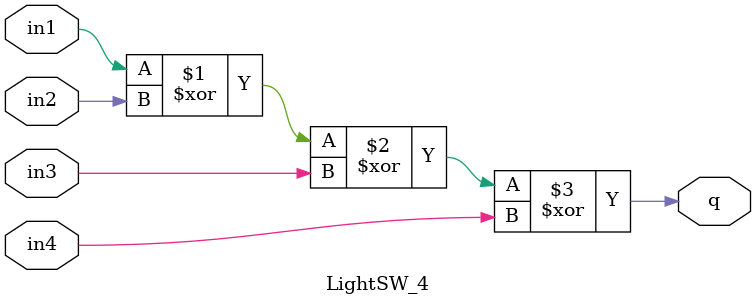
<source format=v>
`timescale 1ns / 1ps

// MAIN
module main(
    input S0, S1, D0, D1, D2, D3, S2, S3, IN1, IN2, IN3, IN4,
    output Q
    );
    //Mux_4_1 Mux_1(S0, S1, D0, D1, D2, D3, Y);
    LightSW_4 LSW(IN1, IN2, IN3, IN4, Q);
    
endmodule

// 4 To 1 Multiplex
module Mux_4_1(s0, s1, d0, d1, d2, d3, y);
    input s0, s1, d0, d1, d2, d3;
    output y;
    
    wire w1, w2, w3, w4, w5, w6;
    
    not Inv_0(w1, s0);
    not Inv_1(w2, s1);
    
    and And_0(w3, w1,  w2,  d0);
    and And_1(w4, w2,  s0,  d1);
    and And_2(w5, w1,  s1,  d2);
    and And_3(w6, s0,  s1,  d3);
    or  OR_1(y, w3, w4, w5, w6);
     
endmodule

// 4 Input Light Switch
module LightSW_4(in1, in2, in3, in4, q);
    input in1, in2, in3, in4;
    output q;
    xor XOR_1(q, in1, in2, in3, in4);
endmodule

</source>
